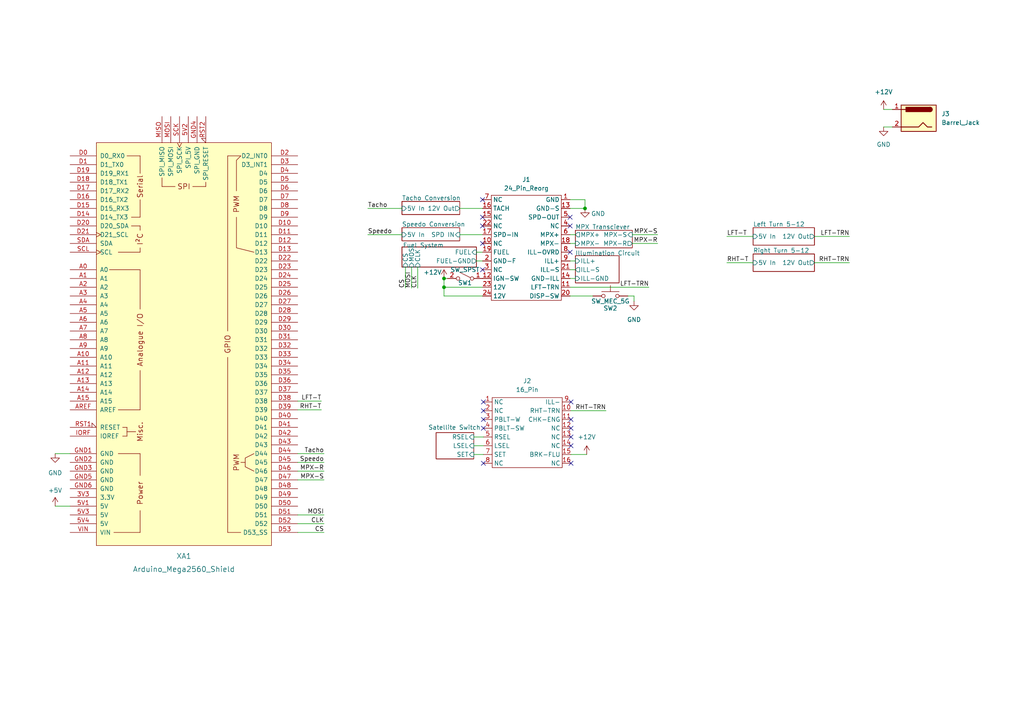
<source format=kicad_sch>
(kicad_sch (version 20211123) (generator eeschema)
  (paper "A4")
  (lib_symbols
    (symbol "Connector:Barrel_Jack" (pin_names (offset 1.016))
      (property "Reference" "J" (at 0 5.334 0))
      (property "Value" "Barrel_Jack" (at 0 -5.08 0))
      (symbol "Barrel_Jack_0_1"
        (rectangle (start -5.08 3.81) (end 5.08 -3.81) (stroke (width 0.254)) (fill (type background)))
        (arc (start -3.302 3.175) (mid -3.937 2.54) (end -3.302 1.905) (stroke (width 0.254)))
        (arc (start -3.302 3.175) (mid -3.937 2.54) (end -3.302 1.905) (stroke (width 0.254)) (fill (type outline)))
        (polyline (pts (xy 5.08 2.54) (xy 3.81 2.54)) (stroke (width 0.254)))
        (polyline (pts (xy -3.81 -2.54) (xy -2.54 -2.54) (xy -1.27 -1.27) (xy 0 -2.54) (xy 2.54 -2.54) (xy 5.08 -2.54)) (stroke (width 0.254)))
        (rectangle (start 3.683 3.175) (end -3.302 1.905) (stroke (width 0.254)) (fill (type outline)))
      )
      (symbol "Barrel_Jack_1_1"
        (pin passive line (at 7.62 2.54 180) (length 2.54) (name "~") (number "1"))
        (pin passive line (at 7.62 -2.54 180) (length 2.54) (name "~") (number "2"))
      )
    )
    (symbol "IS250 Interface Board:16_Pin"
      (property "Reference" "J" (at -8.89 11.43 0))
      (property "Value" "16_Pin" (at 6.35 -11.43 0))
      (symbol "16_Pin_0_1"
        (rectangle (start -10.16 10.16) (end 10.16 -10.16))
      )
      (symbol "16_Pin_1_1"
        (pin input line (at -12.7 8.89 0) (length 2.54) (name "NC") (number "1"))
        (pin input line (at 12.7 6.35 180) (length 2.54) (name "RHT-TRN") (number "10"))
        (pin input line (at 12.7 3.81 180) (length 2.54) (name "CHK-ENG") (number "11"))
        (pin input line (at 12.7 1.27 180) (length 2.54) (name "NC") (number "12"))
        (pin input line (at 12.7 -1.27 180) (length 2.54) (name "NC") (number "13"))
        (pin input line (at 12.7 -3.81 180) (length 2.54) (name "NC") (number "14"))
        (pin input line (at 12.7 -6.35 180) (length 2.54) (name "BRK-FLU") (number "15"))
        (pin input line (at 12.7 -8.89 180) (length 2.54) (name "NC") (number "16"))
        (pin input line (at -12.7 6.35 0) (length 2.54) (name "NC") (number "2"))
        (pin input line (at -12.7 3.81 0) (length 2.54) (name "PBLT-W") (number "3"))
        (pin input line (at -12.7 1.27 0) (length 2.54) (name "PBLT-SW") (number "4"))
        (pin input line (at -12.7 -1.27 0) (length 2.54) (name "RSEL") (number "5"))
        (pin input line (at -12.7 -3.81 0) (length 2.54) (name "LSEL") (number "6"))
        (pin input line (at -12.7 -6.35 0) (length 2.54) (name "SET") (number "7"))
        (pin input line (at -12.7 -8.89 0) (length 2.54) (name "NC") (number "8"))
        (pin input line (at 12.7 8.89 180) (length 2.54) (name "ILL-") (number "9"))
      )
    )
    (symbol "IS250 Interface Board:24_Pin_Reorg"
      (property "Reference" "J" (at -8.89 16.51 0))
      (property "Value" "24_Pin_Reorg" (at 6.35 -16.51 0))
      (symbol "24_Pin_Reorg_0_1"
        (rectangle (start -10.16 15.24) (end 10.16 -15.24))
      )
      (symbol "24_Pin_Reorg_1_1"
        (pin input line (at -12.7 13.97 0) (length 2.54) (name "GND") (number "1"))
        (pin input line (at 12.7 1.27 180) (length 2.54) (name "NC") (number "10"))
        (pin input line (at -12.7 -11.43 0) (length 2.54) (name "LFT-TRN") (number "11"))
        (pin input line (at 12.7 -8.89 180) (length 2.54) (name "IGN-SW") (number "12"))
        (pin input line (at -12.7 11.43 0) (length 2.54) (name "GND-S") (number "13"))
        (pin input line (at -12.7 -8.89 0) (length 2.54) (name "GND-ILL") (number "14"))
        (pin input line (at 12.7 8.89 180) (length 2.54) (name "NC") (number "15"))
        (pin input line (at 12.7 11.43 180) (length 2.54) (name "TACH") (number "16"))
        (pin input line (at 12.7 3.81 180) (length 2.54) (name "SPD-IN") (number "17"))
        (pin input line (at -12.7 1.27 0) (length 2.54) (name "MPX-") (number "18"))
        (pin input line (at 12.7 -1.27 180) (length 2.54) (name "FUEL") (number "19"))
        (pin input line (at 12.7 -3.81 180) (length 2.54) (name "GND-F") (number "2"))
        (pin input line (at -12.7 -13.97 0) (length 2.54) (name "DISP-SW") (number "20"))
        (pin input line (at -12.7 -6.35 0) (length 2.54) (name "ILL-S") (number "21"))
        (pin input line (at 12.7 6.35 180) (length 2.54) (name "NC") (number "22"))
        (pin input line (at 12.7 -11.43 180) (length 2.54) (name "12V") (number "23"))
        (pin input line (at 12.7 -13.97 180) (length 2.54) (name "12V") (number "24"))
        (pin input line (at 12.7 -6.35 180) (length 2.54) (name "NC") (number "3"))
        (pin input line (at -12.7 6.35 0) (length 2.54) (name "NC") (number "4"))
        (pin input line (at -12.7 8.89 0) (length 2.54) (name "SPD-OUT") (number "5"))
        (pin input line (at -12.7 3.81 0) (length 2.54) (name "MPX+") (number "6"))
        (pin input line (at 12.7 13.97 180) (length 2.54) (name "NC") (number "7"))
        (pin input line (at -12.7 -1.27 0) (length 2.54) (name "ILL-OVRD") (number "8"))
        (pin input line (at -12.7 -3.81 0) (length 2.54) (name "ILL+") (number "9"))
      )
    )
    (symbol "Switch:SW_MEC_5G" (pin_numbers hide) (pin_names (offset 1.016) hide)
      (property "Reference" "SW" (at 1.27 2.54 0))
      (property "Value" "SW_MEC_5G" (at 0 -1.524 0))
      (symbol "SW_MEC_5G_0_1"
        (circle (center -2.032 0) (radius 0.508))
        (polyline (pts (xy 0 1.27) (xy 0 3.048)))
        (polyline (pts (xy 2.54 1.27) (xy -2.54 1.27)))
        (circle (center 2.032 0) (radius 0.508))
        (pin passive line (at -5.08 0 0) (length 2.54) (name "A") (number "1"))
        (pin passive line (at 5.08 0 180) (length 2.54) (name "B") (number "3"))
      )
      (symbol "SW_MEC_5G_1_1"
        (pin passive line (at -5.08 0 0) (length 2.54) hide (name "A") (number "2"))
        (pin passive line (at 5.08 0 180) (length 2.54) hide (name "B") (number "4"))
      )
    )
    (symbol "Switch:SW_SPST" (pin_names (offset 0) hide)
      (property "Reference" "SW" (at 0 3.175 0))
      (property "Value" "SW_SPST" (at 0 -2.54 0))
      (symbol "SW_SPST_0_0"
        (circle (center -2.032 0) (radius 0.508))
        (polyline (pts (xy -1.524 0.254) (xy 1.524 1.778)))
        (circle (center 2.032 0) (radius 0.508))
      )
      (symbol "SW_SPST_1_1"
        (pin passive line (at -5.08 0 0) (length 2.54) (name "A") (number "1"))
        (pin passive line (at 5.08 0 180) (length 2.54) (name "B") (number "2"))
      )
    )
    (symbol "arduino:Arduino_Mega2560_Shield" (pin_names (offset 1.016))
      (property "Reference" "XA" (at 2.54 0 90))
      (property "Value" "Arduino_Mega2560_Shield" (at -2.54 0 90))
      (symbol "Arduino_Mega2560_Shield_0_0"
        (rectangle (start -25.4 -58.42) (end 25.4 58.42) (fill (type background)))
        (rectangle (start -20.32 -54.61) (end -12.7 -54.61))
        (rectangle (start -19.05 -31.75) (end -12.7 -31.75))
        (rectangle (start -19.05 -19.05) (end -12.7 -19.05))
        (rectangle (start -19.05 26.67) (end -12.7 26.67))
        (rectangle (start -17.78 -26.67) (end -16.51 -26.67))
        (rectangle (start -17.78 -24.13) (end -16.51 -24.13))
        (rectangle (start -16.51 -25.4) (end -13.97 -25.4))
        (rectangle (start -16.51 -24.13) (end -16.51 -26.67))
        (rectangle (start -16.51 54.61) (end -12.7 54.61))
        (rectangle (start -15.24 34.29) (end -12.7 34.29))
        (rectangle (start -15.24 36.83) (end -12.7 36.83))
        (rectangle (start -12.7 -54.61) (end -12.7 -48.26))
        (rectangle (start -12.7 -31.75) (end -12.7 -38.1))
        (rectangle (start -12.7 26.67) (end -12.7 27.94))
        (rectangle (start -12.7 34.29) (end -12.7 33.02))
        (rectangle (start -12.7 41.91) (end -12.7 36.83))
        (rectangle (start -12.7 49.53) (end -12.7 54.61))
        (rectangle (start -6.35 48.26) (end -6.35 45.72))
        (rectangle (start -2.54 45.72) (end -6.35 45.72))
        (polyline (pts (xy -21.59 21.59) (xy -12.7 21.59)))
        (polyline (pts (xy -12.7 -19.05) (xy -12.7 -7.62)))
        (polyline (pts (xy -12.7 10.16) (xy -12.7 21.59)))
        (polyline (pts (xy 12.7 -54.61) (xy 16.51 -54.61)))
        (polyline (pts (xy 12.7 54.61) (xy 16.51 54.61)))
        (polyline (pts (xy 17.78 -34.29) (xy 16.51 -34.29)))
        (polyline (pts (xy 15.24 36.83) (xy 15.24 27.94) (xy 20.32 26.67)))
        (polyline (pts (xy 15.24 44.45) (xy 15.24 53.34) (xy 16.51 54.61)))
        (polyline (pts (xy 20.32 -31.75) (xy 17.78 -33.02) (xy 17.78 -35.56) (xy 20.32 -36.83)))
        (rectangle (start 6.35 45.72) (end 2.54 45.72))
        (rectangle (start 6.35 46.99) (end 6.35 45.72))
        (text "Analogue I/O" (at -12.7 1.27 900) (effects (font (size 1.524 1.524))))
        (text "I²C" (at -12.7 30.48 900) (effects (font (size 1.524 1.524))))
        (text "Misc." (at -12.7 -25.4 900) (effects (font (size 1.524 1.524))))
        (text "Power" (at -12.7 -43.18 900) (effects (font (size 1.524 1.524))))
        (text "PWM" (at 15.24 -34.29 900) (effects (font (size 1.524 1.524))))
        (text "PWM" (at 15.24 40.64 900) (effects (font (size 1.524 1.524))))
        (text "Serial" (at -12.7 45.72 900) (effects (font (size 1.524 1.524))))
        (text "SPI" (at 0 45.72 0) (effects (font (size 1.524 1.524))))
      )
      (symbol "Arduino_Mega2560_Shield_1_0"
        (rectangle (start 12.7 -54.61) (end 12.7 -3.81))
        (rectangle (start 12.7 54.61) (end 12.7 3.81))
        (text "GPIO" (at 12.7 0 900) (effects (font (size 1.524 1.524))))
      )
      (symbol "Arduino_Mega2560_Shield_1_1"
        (pin power_in line (at -33.02 -44.45 0) (length 7.62) (name "3.3V") (number "3V3"))
        (pin power_in line (at -33.02 -46.99 0) (length 7.62) (name "5V") (number "5V1"))
        (pin power_in line (at 1.27 66.04 270) (length 7.62) (name "SPI_5V") (number "5V2"))
        (pin power_in line (at -33.02 -49.53 0) (length 7.62) (name "5V") (number "5V3"))
        (pin power_in line (at -33.02 -52.07 0) (length 7.62) (name "5V") (number "5V4"))
        (pin bidirectional line (at -33.02 21.59 0) (length 7.62) (name "A0") (number "A0"))
        (pin bidirectional line (at -33.02 19.05 0) (length 7.62) (name "A1") (number "A1"))
        (pin bidirectional line (at -33.02 -3.81 0) (length 7.62) (name "A10") (number "A10"))
        (pin bidirectional line (at -33.02 -6.35 0) (length 7.62) (name "A11") (number "A11"))
        (pin bidirectional line (at -33.02 -8.89 0) (length 7.62) (name "A12") (number "A12"))
        (pin bidirectional line (at -33.02 -11.43 0) (length 7.62) (name "A13") (number "A13"))
        (pin bidirectional line (at -33.02 -13.97 0) (length 7.62) (name "A14") (number "A14"))
        (pin bidirectional line (at -33.02 -16.51 0) (length 7.62) (name "A15") (number "A15"))
        (pin bidirectional line (at -33.02 16.51 0) (length 7.62) (name "A2") (number "A2"))
        (pin bidirectional line (at -33.02 13.97 0) (length 7.62) (name "A3") (number "A3"))
        (pin bidirectional line (at -33.02 11.43 0) (length 7.62) (name "A4") (number "A4"))
        (pin bidirectional line (at -33.02 8.89 0) (length 7.62) (name "A5") (number "A5"))
        (pin bidirectional line (at -33.02 6.35 0) (length 7.62) (name "A6") (number "A6"))
        (pin bidirectional line (at -33.02 3.81 0) (length 7.62) (name "A7") (number "A7"))
        (pin bidirectional line (at -33.02 1.27 0) (length 7.62) (name "A8") (number "A8"))
        (pin bidirectional line (at -33.02 -1.27 0) (length 7.62) (name "A9") (number "A9"))
        (pin input line (at -33.02 -19.05 0) (length 7.62) (name "AREF") (number "AREF"))
        (pin bidirectional line (at -33.02 54.61 0) (length 7.62) (name "D0_RX0") (number "D0"))
        (pin bidirectional line (at -33.02 52.07 0) (length 7.62) (name "D1_TX0") (number "D1"))
        (pin bidirectional line (at 33.02 34.29 180) (length 7.62) (name "D10") (number "D10"))
        (pin bidirectional line (at 33.02 31.75 180) (length 7.62) (name "D11") (number "D11"))
        (pin bidirectional line (at 33.02 29.21 180) (length 7.62) (name "D12") (number "D12"))
        (pin bidirectional line (at 33.02 26.67 180) (length 7.62) (name "D13") (number "D13"))
        (pin bidirectional line (at -33.02 36.83 0) (length 7.62) (name "D14_TX3") (number "D14"))
        (pin bidirectional line (at -33.02 39.37 0) (length 7.62) (name "D15_RX3") (number "D15"))
        (pin bidirectional line (at -33.02 41.91 0) (length 7.62) (name "D16_TX2") (number "D16"))
        (pin bidirectional line (at -33.02 44.45 0) (length 7.62) (name "D17_RX2") (number "D17"))
        (pin bidirectional line (at -33.02 46.99 0) (length 7.62) (name "D18_TX1") (number "D18"))
        (pin bidirectional line (at -33.02 49.53 0) (length 7.62) (name "D19_RX1") (number "D19"))
        (pin bidirectional line (at 33.02 54.61 180) (length 7.62) (name "D2_INT0") (number "D2"))
        (pin bidirectional line (at -33.02 34.29 0) (length 7.62) (name "D20_SDA") (number "D20"))
        (pin bidirectional clock (at -33.02 31.75 0) (length 7.62) (name "D21_SCL") (number "D21"))
        (pin bidirectional line (at 33.02 24.13 180) (length 7.62) (name "D22") (number "D22"))
        (pin bidirectional line (at 33.02 21.59 180) (length 7.62) (name "D23") (number "D23"))
        (pin bidirectional line (at 33.02 19.05 180) (length 7.62) (name "D24") (number "D24"))
        (pin bidirectional line (at 33.02 16.51 180) (length 7.62) (name "D25") (number "D25"))
        (pin bidirectional line (at 33.02 13.97 180) (length 7.62) (name "D26") (number "D26"))
        (pin bidirectional line (at 33.02 11.43 180) (length 7.62) (name "D27") (number "D27"))
        (pin bidirectional line (at 33.02 8.89 180) (length 7.62) (name "D28") (number "D28"))
        (pin bidirectional line (at 33.02 6.35 180) (length 7.62) (name "D29") (number "D29"))
        (pin bidirectional line (at 33.02 52.07 180) (length 7.62) (name "D3_INT1") (number "D3"))
        (pin bidirectional line (at 33.02 3.81 180) (length 7.62) (name "D30") (number "D30"))
        (pin bidirectional line (at 33.02 1.27 180) (length 7.62) (name "D31") (number "D31"))
        (pin bidirectional line (at 33.02 -1.27 180) (length 7.62) (name "D32") (number "D32"))
        (pin bidirectional line (at 33.02 -3.81 180) (length 7.62) (name "D33") (number "D33"))
        (pin bidirectional line (at 33.02 -6.35 180) (length 7.62) (name "D34") (number "D34"))
        (pin bidirectional line (at 33.02 -8.89 180) (length 7.62) (name "D35") (number "D35"))
        (pin bidirectional line (at 33.02 -11.43 180) (length 7.62) (name "D36") (number "D36"))
        (pin bidirectional line (at 33.02 -13.97 180) (length 7.62) (name "D37") (number "D37"))
        (pin bidirectional line (at 33.02 -16.51 180) (length 7.62) (name "D38") (number "D38"))
        (pin bidirectional line (at 33.02 -19.05 180) (length 7.62) (name "D39") (number "D39"))
        (pin bidirectional line (at 33.02 49.53 180) (length 7.62) (name "D4") (number "D4"))
        (pin bidirectional line (at 33.02 -21.59 180) (length 7.62) (name "D40") (number "D40"))
        (pin bidirectional line (at 33.02 -24.13 180) (length 7.62) (name "D41") (number "D41"))
        (pin bidirectional line (at 33.02 -26.67 180) (length 7.62) (name "D42") (number "D42"))
        (pin bidirectional line (at 33.02 -29.21 180) (length 7.62) (name "D43") (number "D43"))
        (pin bidirectional line (at 33.02 -31.75 180) (length 7.62) (name "D44") (number "D44"))
        (pin bidirectional line (at 33.02 -34.29 180) (length 7.62) (name "D45") (number "D45"))
        (pin bidirectional line (at 33.02 -36.83 180) (length 7.62) (name "D46") (number "D46"))
        (pin bidirectional line (at 33.02 -39.37 180) (length 7.62) (name "D47") (number "D47"))
        (pin bidirectional line (at 33.02 -41.91 180) (length 7.62) (name "D48") (number "D48"))
        (pin bidirectional line (at 33.02 -44.45 180) (length 7.62) (name "D49") (number "D49"))
        (pin bidirectional line (at 33.02 46.99 180) (length 7.62) (name "D5") (number "D5"))
        (pin bidirectional line (at 33.02 -46.99 180) (length 7.62) (name "D50") (number "D50"))
        (pin bidirectional line (at 33.02 -49.53 180) (length 7.62) (name "D51") (number "D51"))
        (pin bidirectional line (at 33.02 -52.07 180) (length 7.62) (name "D52") (number "D52"))
        (pin bidirectional line (at 33.02 -54.61 180) (length 7.62) (name "D53_SS") (number "D53"))
        (pin bidirectional line (at 33.02 44.45 180) (length 7.62) (name "D6") (number "D6"))
        (pin bidirectional line (at 33.02 41.91 180) (length 7.62) (name "D7") (number "D7"))
        (pin bidirectional line (at 33.02 39.37 180) (length 7.62) (name "D8") (number "D8"))
        (pin bidirectional line (at 33.02 36.83 180) (length 7.62) (name "D9") (number "D9"))
        (pin power_in line (at -33.02 -31.75 0) (length 7.62) (name "GND") (number "GND1"))
        (pin power_in line (at -33.02 -34.29 0) (length 7.62) (name "GND") (number "GND2"))
        (pin power_in line (at -33.02 -36.83 0) (length 7.62) (name "GND") (number "GND3"))
        (pin power_in line (at 3.81 66.04 270) (length 7.62) (name "SPI_GND") (number "GND4"))
        (pin power_in line (at -33.02 -39.37 0) (length 7.62) (name "GND") (number "GND5"))
        (pin power_in line (at -33.02 -41.91 0) (length 7.62) (name "GND") (number "GND6"))
        (pin output line (at -33.02 -26.67 0) (length 7.62) (name "IOREF") (number "IORF"))
        (pin input line (at -6.35 66.04 270) (length 7.62) (name "SPI_MISO") (number "MISO"))
        (pin output line (at -3.81 66.04 270) (length 7.62) (name "SPI_MOSI") (number "MOSI"))
        (pin open_collector input_low (at -33.02 -24.13 0) (length 7.62) (name "RESET") (number "RST1"))
        (pin open_collector input_low (at 6.35 66.04 270) (length 7.62) (name "SPI_RESET") (number "RST2"))
        (pin output clock (at -1.27 66.04 270) (length 7.62) (name "SPI_SCK") (number "SCK"))
        (pin bidirectional clock (at -33.02 26.67 0) (length 7.62) (name "SCL") (number "SCL"))
        (pin bidirectional line (at -33.02 29.21 0) (length 7.62) (name "SDA") (number "SDA"))
        (pin power_in line (at -33.02 -54.61 0) (length 7.62) (name "VIN") (number "VIN"))
      )
    )
    (symbol "power:+12V" (power) (pin_names (offset 0))
      (property "Value" "+12V" (at 0 3.556 0))
      (symbol "+12V_0_1"
        (polyline (pts (xy -0.762 1.27) (xy 0 2.54)))
        (polyline (pts (xy 0 0) (xy 0 2.54)))
        (polyline (pts (xy 0 2.54) (xy 0.762 1.27)))
      )
      (symbol "+12V_1_1"
        (pin power_in line (at 0 0 90) (length 0) hide (name "+12V") (number "1"))
      )
    )
    (symbol "power:+5V" (power) (pin_names (offset 0))
      (property "Value" "+5V" (at 0 3.556 0))
      (symbol "+5V_0_1"
        (polyline (pts (xy -0.762 1.27) (xy 0 2.54)))
        (polyline (pts (xy 0 0) (xy 0 2.54)))
        (polyline (pts (xy 0 2.54) (xy 0.762 1.27)))
      )
      (symbol "+5V_1_1"
        (pin power_in line (at 0 0 90) (length 0) hide (name "+5V") (number "1"))
      )
    )
    (symbol "power:GND" (power) (pin_names (offset 0))
      (property "Value" "GND" (at 0 -3.81 0))
      (symbol "GND_0_1"
        (polyline (pts (xy 0 0) (xy 0 -1.27) (xy 1.27 -1.27) (xy 0 -2.54) (xy -1.27 -1.27) (xy 0 -1.27)))
      )
      (symbol "GND_1_1"
        (pin power_in line (at 0 0 270) (length 0) hide (name "GND") (number "1"))
      )
    )
  )
  (junction (at 128.778 80.772))
  (junction (at 128.778 83.312))
  (junction (at 169.672 60.452))
  (no_connect (at 165.608 116.586))
  (no_connect (at 140.208 116.586))
  (no_connect (at 140.208 119.126))
  (no_connect (at 140.208 121.666))
  (no_connect (at 140.208 124.206))
  (no_connect (at 140.208 134.366))
  (no_connect (at 165.608 134.366))
  (no_connect (at 165.608 129.286))
  (no_connect (at 165.608 126.746))
  (no_connect (at 165.608 124.206))
  (no_connect (at 165.354 65.532))
  (no_connect (at 165.354 73.152))
  (no_connect (at 139.954 78.232))
  (no_connect (at 139.954 57.912))
  (no_connect (at 139.954 65.532))
  (no_connect (at 139.954 62.992))
  (no_connect (at 139.954 70.612))
  (no_connect (at 165.608 121.666))
  (no_connect (at 165.354 62.992))
  (wire (pts (xy 165.354 68.072) (xy 166.878 68.072)))
  (wire (pts (xy 183.388 70.612) (xy 190.754 70.612)))
  (wire (pts (xy 16.002 146.812) (xy 20.32 146.812)))
  (wire (pts (xy 165.354 78.232) (xy 166.878 78.232)))
  (wire (pts (xy 133.35 60.452) (xy 139.954 60.452)))
  (wire (pts (xy 138.176 75.692) (xy 139.954 75.692)))
  (wire (pts (xy 86.36 131.572) (xy 93.98 131.572)))
  (wire (pts (xy 93.98 139.192) (xy 86.36 139.192)))
  (wire (pts (xy 86.36 154.432) (xy 93.98 154.432)))
  (wire (pts (xy 93.218 118.872) (xy 86.36 118.872)))
  (wire (pts (xy 165.354 80.772) (xy 166.878 80.772)))
  (wire (pts (xy 256.286 36.83) (xy 258.826 36.83)))
  (wire (pts (xy 93.218 116.332) (xy 86.36 116.332)))
  (wire (pts (xy 137.414 131.826) (xy 140.208 131.826)))
  (wire (pts (xy 86.36 149.352) (xy 93.98 149.352)))
  (wire (pts (xy 128.778 85.852) (xy 139.954 85.852)))
  (wire (pts (xy 169.672 57.912) (xy 169.672 60.452)))
  (wire (pts (xy 133.35 68.072) (xy 139.954 68.072)))
  (wire (pts (xy 106.68 60.452) (xy 116.586 60.452)))
  (wire (pts (xy 119.38 77.47) (xy 119.38 83.566)))
  (wire (pts (xy 165.354 83.312) (xy 188.214 83.312)))
  (wire (pts (xy 128.778 83.312) (xy 128.778 85.852)))
  (wire (pts (xy 182.118 85.852) (xy 183.896 85.852)))
  (wire (pts (xy 165.354 75.692) (xy 166.878 75.692)))
  (wire (pts (xy 183.388 68.072) (xy 190.754 68.072)))
  (wire (pts (xy 138.176 73.152) (xy 139.954 73.152)))
  (wire (pts (xy 165.354 85.852) (xy 171.958 85.852)))
  (wire (pts (xy 128.778 83.312) (xy 139.954 83.312)))
  (wire (pts (xy 169.672 60.452) (xy 165.354 60.452)))
  (wire (pts (xy 86.36 134.112) (xy 93.98 134.112)))
  (wire (pts (xy 128.778 80.772) (xy 128.778 83.312)))
  (wire (pts (xy 236.22 68.58) (xy 246.38 68.58)))
  (wire (pts (xy 236.22 76.2) (xy 246.38 76.2)))
  (wire (pts (xy 16.002 131.572) (xy 20.32 131.572)))
  (wire (pts (xy 137.414 129.286) (xy 140.208 129.286)))
  (wire (pts (xy 256.286 31.75) (xy 258.826 31.75)))
  (wire (pts (xy 210.82 76.2) (xy 218.44 76.2)))
  (wire (pts (xy 128.778 80.772) (xy 129.794 80.772)))
  (wire (pts (xy 106.68 68.072) (xy 116.586 68.072)))
  (wire (pts (xy 137.414 126.746) (xy 140.208 126.746)))
  (wire (pts (xy 165.354 70.612) (xy 166.878 70.612)))
  (wire (pts (xy 183.896 85.852) (xy 183.896 87.376)))
  (wire (pts (xy 165.608 119.126) (xy 175.768 119.126)))
  (wire (pts (xy 210.82 68.58) (xy 218.44 68.58)))
  (wire (pts (xy 93.98 136.652) (xy 86.36 136.652)))
  (wire (pts (xy 117.602 77.47) (xy 117.602 83.566)))
  (wire (pts (xy 86.36 151.892) (xy 93.98 151.892)))
  (wire (pts (xy 165.608 131.826) (xy 170.18 131.826)))
  (wire (pts (xy 165.354 57.912) (xy 169.672 57.912)))
  (wire (pts (xy 121.158 77.47) (xy 121.158 83.566)))
  (label "LFT-T" (at 93.218 116.332 180))
  (label "CS" (at 117.602 83.566 90))
  (label "Tacho" (at 93.98 131.572 180))
  (label "Speedo" (at 106.68 68.072 0))
  (label "LFT-T" (at 210.82 68.58 0))
  (label "CLK" (at 121.158 83.566 90))
  (label "CLK" (at 93.98 151.892 180))
  (label "MOSI" (at 119.38 83.566 90))
  (label "RHT-T" (at 93.218 118.872 180))
  (label "LFT-TRN" (at 246.38 68.58 180))
  (label "MPX-R" (at 93.98 136.652 180))
  (label "RHT-TRN" (at 175.768 119.126 180))
  (label "CS" (at 93.98 154.432 180))
  (label "MOSI" (at 93.98 149.352 180))
  (label "LFT-TRN" (at 188.214 83.312 180))
  (label "MPX-S" (at 93.98 139.192 180))
  (label "RHT-TRN" (at 246.38 76.2 180))
  (label "RHT-T" (at 210.82 76.2 0))
  (label "MPX-R" (at 190.754 70.612 180))
  (label "Speedo" (at 93.98 134.112 180))
  (label "Tacho" (at 106.68 60.452 0))
  (label "MPX-S" (at 190.754 68.072 180))
  (symbol (lib_id "power:+12V") (at 256.286 31.75 0) (unit 1)
    (property "Reference" "#PWR0108" (effects hide))
    (property "Value" "+12V" (at 256.286 26.67 0))
  )
  (symbol (lib_id "power:GND") (at 183.896 87.376 0) (unit 1)
    (property "Reference" "#PWR0104" (effects hide))
    (property "Value" "GND" (at 183.896 92.71 0))
  )
  (symbol (lib_id "power:+12V") (at 170.18 131.826 0) (unit 1)
    (property "Reference" "#PWR0103" (effects hide))
    (property "Value" "+12V" (at 170.18 126.746 0))
  )
  (symbol (lib_id "Switch:SW_MEC_5G") (at 177.038 85.852 0) (unit 1)
    (property "Reference" "SW2" (at 177.038 89.408 0))
    (property "Value" "SW_MEC_5G" (at 177.038 87.376 0))
    (property "Footprint" "Button_Switch_THT:SW_Tactile_SPST_Angled_PTS645Vx58-2LFS" (effects hide))
    (property "Datasheet" "http://www.apem.com/int/index.php?controller=attachment&id_attachment=488" (effects hide))
  )
  (symbol (lib_id "arduino:Arduino_Mega2560_Shield") (at 53.34 99.822 0) (unit 1)
    (property "Reference" "XA1" (at 53.34 161.29 0) (effects (font (size 1.524 1.524))))
    (property "Value" "Arduino_Mega2560_Shield" (at 53.34 165.1 0) (effects (font (size 1.524 1.524))))
    (property "Datasheet" "https://store.arduino.cc/arduino-mega-2560-rev3" (effects hide))
  )
  (symbol (lib_id "Switch:SW_SPST") (at 134.874 80.772 0) (mirror y) (unit 1)
    (property "Reference" "SW1" (at 134.874 82.042 0))
    (property "Value" "SW_SPST" (at 134.874 78.232 0))
    (property "Footprint" "IS250 Interface Board:JaycarSlideSwitch" (effects hide))
  )
  (symbol (lib_id "power:GND") (at 256.286 36.83 0) (unit 1)
    (property "Reference" "#PWR0107" (effects hide))
    (property "Value" "GND" (at 256.286 41.91 0))
  )
  (symbol (lib_id "Connector:Barrel_Jack") (at 266.446 34.29 0) (mirror y) (unit 1)
    (property "Reference" "J3" (at 273.05 33.0199 0) (effects (justify right)))
    (property "Value" "Barrel_Jack" (at 273.05 35.5599 0) (effects (justify right)))
    (property "Footprint" "Connector_BarrelJack:BarrelJack_Horizontal" (effects hide))
  )
  (symbol (lib_id "IS250 Interface Board:24_Pin_Reorg") (at 152.654 71.882 0) (mirror y) (unit 1)
    (property "Reference" "J1" (at 152.654 52.07 0))
    (property "Value" "24_Pin_Reorg" (at 152.654 54.61 0))
    (property "Footprint" "IS250 Interface Board:24Pin" (effects hide))
  )
  (symbol (lib_id "power:GND") (at 16.002 131.572 0) (unit 1)
    (property "Reference" "#PWR0105" (effects hide))
    (property "Value" "GND" (at 16.002 137.16 0))
  )
  (symbol (lib_id "power:GND") (at 169.672 60.452 0) (mirror y) (unit 1)
    (property "Reference" "#PWR0102" (effects hide))
    (property "Value" "GND" (at 173.482 61.976 0))
  )
  (symbol (lib_id "IS250 Interface Board:16_Pin") (at 152.908 125.476 0) (unit 1)
    (property "Reference" "J2" (at 152.908 110.49 0))
    (property "Value" "16_Pin" (at 152.908 113.03 0))
    (property "Footprint" "IS250 Interface Board:16Pin" (effects hide))
  )
  (symbol (lib_id "power:+5V") (at 16.002 146.812 0) (unit 1)
    (property "Reference" "#PWR0106" (effects hide))
    (property "Value" "+5V" (at 16.002 142.24 0))
  )
  (symbol (lib_id "power:+12V") (at 128.778 80.772 0) (unit 1)
    (property "Reference" "#PWR0101" (effects hide))
    (property "Value" "+12V" (at 125.476 78.994 0))
  )
  (sheet (at 218.44 73.66) (size 17.78 5.08) (stroke (width 0.1524))
    (property "Sheet name" "Right Turn 5-12" (at 218.44 73.406 0) (effects (justify left bottom)))
    (property "Sheet file" "5V-12V Signal.kicad_sch" (effects hide))
    (pin "12V Out" output (at 236.22 76.2 0))
    (pin "5V In" input (at 218.44 76.2 180))
  )
  (sheet (at 116.586 58.42) (size 16.764 3.81) (stroke (width 0.1524))
    (property "Sheet name" "Tacho Conversion" (at 116.586 58.166 0) (effects (justify left bottom)))
    (property "Sheet file" "5V-12V Signal.kicad_sch" (effects hide))
    (pin "12V Out" output (at 133.35 60.452 0))
    (pin "5V In" input (at 116.586 60.452 180))
  )
  (sheet (at 166.878 66.802) (size 16.51 5.08) (stroke (width 0.1524))
    (property "Sheet name" "MPX Transciever" (at 166.878 66.548 0) (effects (justify left bottom)))
    (property "Sheet file" "MPX_Transciever.kicad_sch" (effects hide))
    (pin "MPX+" output (at 166.878 68.072 180))
    (pin "MPX-S" input (at 183.388 68.072 0))
    (pin "MPX-" input (at 166.878 70.612 180))
    (pin "MPX-R" output (at 183.388 70.612 0))
  )
  (sheet (at 166.878 74.168) (size 12.7 7.874) (stroke (width 0.1524))
    (property "Sheet name" "Illumination Circuit" (at 166.878 74.168 0) (effects (justify left bottom)))
    (property "Sheet file" "Illumination_Circuit.kicad_sch" (effects hide))
    (pin "ILL+" input (at 166.878 75.692 180))
    (pin "ILL-GND" input (at 166.878 80.772 180))
    (pin "ILL-S" output (at 166.878 78.232 180))
  )
  (sheet (at 116.586 66.04) (size 16.764 3.81) (stroke (width 0.1524))
    (property "Sheet name" "Speedo Conversion" (at 116.586 65.786 0) (effects (justify left bottom)))
    (property "Sheet file" "5V-12V Signal Speedo.kicad_sch" (effects hide))
    (pin "5V In" input (at 116.586 68.072 180))
    (pin "SPD IN" input (at 133.35 68.072 0))
  )
  (sheet (at 218.44 66.04) (size 17.78 5.08) (stroke (width 0.1524))
    (property "Sheet name" "Left Turn 5-12" (at 218.44 65.786 0) (effects (justify left bottom)))
    (property "Sheet file" "5V-12V Signal.kicad_sch" (effects hide))
    (pin "12V Out" output (at 236.22 68.58 0))
    (pin "5V In" input (at 218.44 68.58 180))
  )
  (sheet (at 126.492 125.476) (size 10.922 7.62) (stroke (width 0.1524))
    (property "Sheet name" "Satellite Switch" (at 124.206 124.714 0) (effects (justify left bottom)))
    (property "Sheet file" "Satellite Switch.kicad_sch" (effects hide))
    (pin "RSEL" input (at 137.414 126.746 0))
    (pin "SET" input (at 137.414 131.826 0))
    (pin "LSEL" input (at 137.414 129.286 0))
  )
  (sheet (at 116.586 71.628) (size 21.59 5.842) (stroke (width 0.1524))
    (property "Sheet name" "Fuel System" (at 116.84 71.882 0) (effects (justify left bottom)))
    (property "Sheet file" "Fuel_System.kicad_sch" (effects hide))
    (pin "FUEL-GND" output (at 138.176 75.692 0))
    (pin "FUEL" input (at 138.176 73.152 0))
    (pin "CS" input (at 117.602 77.47 270))
    (pin "MOSI" input (at 119.38 77.47 270))
    (pin "CLK" input (at 121.158 77.47 270))
  )
)
</source>
